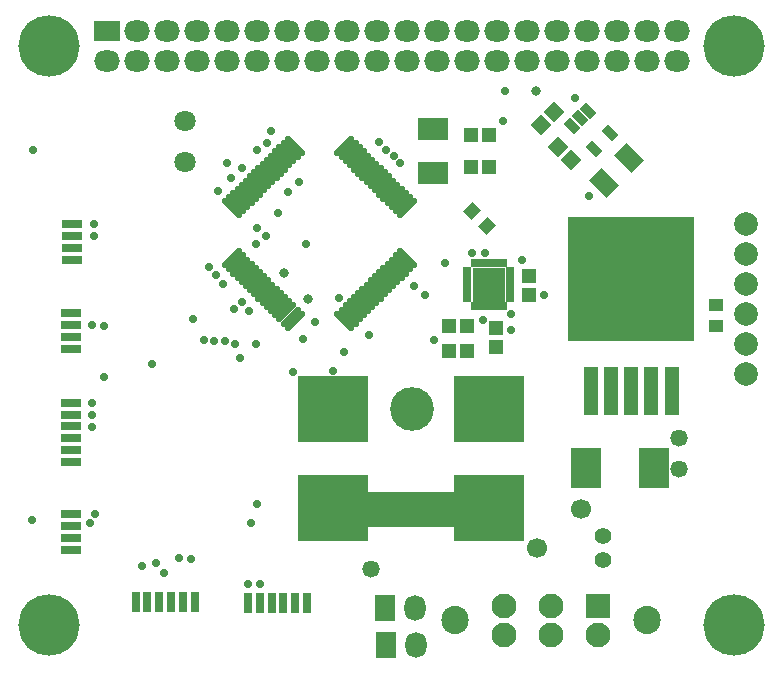
<source format=gts>
G04*
G04 #@! TF.GenerationSoftware,Altium Limited,Altium Designer,21.3.2 (30)*
G04*
G04 Layer_Color=8388736*
%FSLAX25Y25*%
%MOIN*%
G70*
G04*
G04 #@! TF.SameCoordinates,2D34F3B8-E760-4067-911C-3035D0D24B3A*
G04*
G04*
G04 #@! TF.FilePolarity,Negative*
G04*
G01*
G75*
%ADD14R,0.04528X0.03937*%
G04:AMPARAMS|DCode=15|XSize=47.24mil|YSize=49.21mil|CornerRadius=0mil|HoleSize=0mil|Usage=FLASHONLY|Rotation=315.000|XOffset=0mil|YOffset=0mil|HoleType=Round|Shape=Rectangle|*
%AMROTATEDRECTD15*
4,1,4,-0.03410,-0.00070,0.00070,0.03410,0.03410,0.00070,-0.00070,-0.03410,-0.03410,-0.00070,0.0*
%
%ADD15ROTATEDRECTD15*%

G04:AMPARAMS|DCode=16|XSize=31.5mil|YSize=49.21mil|CornerRadius=0mil|HoleSize=0mil|Usage=FLASHONLY|Rotation=45.000|XOffset=0mil|YOffset=0mil|HoleType=Round|Shape=Rectangle|*
%AMROTATEDRECTD16*
4,1,4,0.00626,-0.02854,-0.02854,0.00626,-0.00626,0.02854,0.02854,-0.00626,0.00626,-0.02854,0.0*
%
%ADD16ROTATEDRECTD16*%

%ADD17R,0.10433X0.13189*%
%ADD18R,0.03150X0.06890*%
%ADD19R,0.06890X0.03150*%
%ADD20R,0.02756X0.02165*%
%ADD21R,0.02165X0.02756*%
%ADD22R,0.11024X0.11417*%
G04:AMPARAMS|DCode=23|XSize=47.24mil|YSize=49.21mil|CornerRadius=0mil|HoleSize=0mil|Usage=FLASHONLY|Rotation=45.000|XOffset=0mil|YOffset=0mil|HoleType=Round|Shape=Rectangle|*
%AMROTATEDRECTD23*
4,1,4,0.00070,-0.03410,-0.03410,0.00070,-0.00070,0.03410,0.03410,-0.00070,0.00070,-0.03410,0.0*
%
%ADD23ROTATEDRECTD23*%

G04:AMPARAMS|DCode=24|XSize=80.71mil|YSize=59.06mil|CornerRadius=0mil|HoleSize=0mil|Usage=FLASHONLY|Rotation=315.000|XOffset=0mil|YOffset=0mil|HoleType=Round|Shape=Rectangle|*
%AMROTATEDRECTD24*
4,1,4,-0.04941,0.00766,-0.00766,0.04941,0.04941,-0.00766,0.00766,-0.04941,-0.04941,0.00766,0.0*
%
%ADD24ROTATEDRECTD24*%

%ADD25R,0.04528X0.16339*%
%ADD26R,0.41929X0.41732*%
%ADD27R,0.23228X0.22047*%
%ADD28R,0.04921X0.04724*%
G04:AMPARAMS|DCode=29|XSize=45.28mil|YSize=39.37mil|CornerRadius=0mil|HoleSize=0mil|Usage=FLASHONLY|Rotation=45.000|XOffset=0mil|YOffset=0mil|HoleType=Round|Shape=Rectangle|*
%AMROTATEDRECTD29*
4,1,4,-0.00209,-0.02993,-0.02993,-0.00209,0.00209,0.02993,0.02993,0.00209,-0.00209,-0.02993,0.0*
%
%ADD29ROTATEDRECTD29*%

%ADD30R,0.04724X0.04921*%
%ADD31R,0.10236X0.07480*%
G04:AMPARAMS|DCode=32|XSize=19.68mil|YSize=88.58mil|CornerRadius=0mil|HoleSize=0mil|Usage=FLASHONLY|Rotation=315.000|XOffset=0mil|YOffset=0mil|HoleType=Round|Shape=Round|*
%AMOVALD32*
21,1,0.06890,0.01968,0.00000,0.00000,45.0*
1,1,0.01968,-0.02436,-0.02436*
1,1,0.01968,0.02436,0.02436*
%
%ADD32OVALD32*%

G04:AMPARAMS|DCode=33|XSize=19.68mil|YSize=88.58mil|CornerRadius=0mil|HoleSize=0mil|Usage=FLASHONLY|Rotation=225.000|XOffset=0mil|YOffset=0mil|HoleType=Round|Shape=Round|*
%AMOVALD33*
21,1,0.06890,0.01968,0.00000,0.00000,315.0*
1,1,0.01968,-0.02436,0.02436*
1,1,0.01968,0.02436,-0.02436*
%
%ADD33OVALD33*%

%ADD34C,0.11811*%
%ADD35C,0.05512*%
%ADD36R,0.08268X0.08268*%
%ADD37C,0.08268*%
%ADD38O,0.09055X0.09449*%
%ADD39O,0.08661X0.07087*%
%ADD40R,0.08661X0.07087*%
%ADD41C,0.07087*%
%ADD42C,0.07874*%
%ADD43O,0.07087X0.08661*%
%ADD44R,0.07087X0.08661*%
%ADD45C,0.14567*%
%ADD46C,0.02756*%
%ADD47C,0.03150*%
%ADD48C,0.05787*%
%ADD49C,0.06693*%
%ADD50C,0.20472*%
D14*
X235827Y113386D02*
D03*
Y120472D02*
D03*
D15*
X177764Y180520D02*
D03*
X182079Y184835D02*
D03*
D16*
X193174Y185213D02*
D03*
X190529Y182568D02*
D03*
X187884Y179923D02*
D03*
X195262Y172546D02*
D03*
X200551Y177835D02*
D03*
D17*
X215158Y66142D02*
D03*
X192717D02*
D03*
D18*
X91769Y21161D02*
D03*
X87832D02*
D03*
X83895D02*
D03*
X79958D02*
D03*
X95706D02*
D03*
X99643D02*
D03*
X54331Y21260D02*
D03*
X50394D02*
D03*
X46457D02*
D03*
X42520D02*
D03*
X58268D02*
D03*
X62205D02*
D03*
D19*
X21063Y38780D02*
D03*
Y42717D02*
D03*
Y46654D02*
D03*
Y50591D02*
D03*
Y75984D02*
D03*
Y79921D02*
D03*
Y83858D02*
D03*
Y87795D02*
D03*
Y72047D02*
D03*
Y68110D02*
D03*
X21063Y105807D02*
D03*
Y109744D02*
D03*
Y113681D02*
D03*
Y117618D02*
D03*
X21358Y135531D02*
D03*
Y139469D02*
D03*
Y143405D02*
D03*
Y147343D02*
D03*
D20*
X153150Y132087D02*
D03*
Y130118D02*
D03*
Y128150D02*
D03*
Y126181D02*
D03*
Y124213D02*
D03*
Y122244D02*
D03*
X167323D02*
D03*
Y124213D02*
D03*
Y126181D02*
D03*
Y128150D02*
D03*
Y130118D02*
D03*
Y132087D02*
D03*
D21*
X155315Y120079D02*
D03*
X157283D02*
D03*
X159252D02*
D03*
X161221D02*
D03*
X163189D02*
D03*
X165157D02*
D03*
Y134252D02*
D03*
X163189D02*
D03*
X161221D02*
D03*
X159252D02*
D03*
X157283D02*
D03*
X155315D02*
D03*
D22*
X160236Y127165D02*
D03*
D23*
X187591Y168652D02*
D03*
X183276Y172967D02*
D03*
D24*
X206932Y169530D02*
D03*
X198580Y161179D02*
D03*
D25*
X194390Y91732D02*
D03*
X201083D02*
D03*
X207776D02*
D03*
X214469D02*
D03*
X221161D02*
D03*
D26*
X207776Y129134D02*
D03*
D27*
X108268Y52756D02*
D03*
Y85827D02*
D03*
X160236D02*
D03*
Y52756D02*
D03*
D28*
X154246Y177132D02*
D03*
X160349D02*
D03*
X154246Y166306D02*
D03*
X160349D02*
D03*
X153150Y113386D02*
D03*
X147047D02*
D03*
X153150Y105118D02*
D03*
X147047D02*
D03*
D29*
X159592Y146707D02*
D03*
X154581Y151718D02*
D03*
D30*
X173622Y123819D02*
D03*
Y129921D02*
D03*
X162598Y112598D02*
D03*
Y106496D02*
D03*
D31*
X141549Y164337D02*
D03*
X141549Y178904D02*
D03*
D32*
X133000Y152573D02*
D03*
X131608Y153965D02*
D03*
X130216Y155357D02*
D03*
X128824Y156749D02*
D03*
X127432Y158141D02*
D03*
X126040Y159533D02*
D03*
X124648Y160925D02*
D03*
X123256Y162317D02*
D03*
X121864Y163709D02*
D03*
X120472Y165101D02*
D03*
X119080Y166493D02*
D03*
X117688Y167885D02*
D03*
X116297Y169277D02*
D03*
X114904Y170669D02*
D03*
X113513Y172061D02*
D03*
X112121Y173452D02*
D03*
X74677Y136009D02*
D03*
X76069Y134617D02*
D03*
X77461Y133225D02*
D03*
X78853Y131833D02*
D03*
X80245Y130441D02*
D03*
X81637Y129050D02*
D03*
X83029Y127658D02*
D03*
X84421Y126266D02*
D03*
X85813Y124874D02*
D03*
X87205Y123482D02*
D03*
X88597Y122090D02*
D03*
X89989Y120698D02*
D03*
X91381Y119306D02*
D03*
X92773Y117914D02*
D03*
X94165Y116522D02*
D03*
X95556Y115130D02*
D03*
D33*
Y173452D02*
D03*
X94165Y172061D02*
D03*
X92773Y170669D02*
D03*
X91381Y169277D02*
D03*
X89989Y167885D02*
D03*
X88597Y166493D02*
D03*
X87205Y165101D02*
D03*
X85813Y163709D02*
D03*
X84421Y162317D02*
D03*
X83029Y160925D02*
D03*
X81637Y159533D02*
D03*
X80245Y158141D02*
D03*
X78853Y156749D02*
D03*
X77461Y155357D02*
D03*
X76069Y153965D02*
D03*
X74677Y152573D02*
D03*
X112121Y115130D02*
D03*
X113513Y116522D02*
D03*
X114904Y117914D02*
D03*
X116297Y119306D02*
D03*
X117688Y120698D02*
D03*
X119080Y122090D02*
D03*
X120472Y123482D02*
D03*
X121864Y124874D02*
D03*
X123256Y126266D02*
D03*
X124648Y127658D02*
D03*
X126040Y129050D02*
D03*
X127432Y130441D02*
D03*
X128824Y131833D02*
D03*
X130216Y133225D02*
D03*
X131608Y134617D02*
D03*
X133000Y136009D02*
D03*
D34*
X105512Y52362D02*
X157677D01*
X157874Y52559D01*
D35*
X198425Y43307D02*
D03*
Y35433D02*
D03*
D36*
X196752Y19980D02*
D03*
D37*
Y10531D02*
D03*
X181004Y19980D02*
D03*
Y10531D02*
D03*
X165256D02*
D03*
Y19980D02*
D03*
D38*
X212894Y15256D02*
D03*
X149114D02*
D03*
D39*
X223012Y211811D02*
D03*
Y201811D02*
D03*
X203012Y211811D02*
D03*
Y201811D02*
D03*
X213012Y211811D02*
D03*
Y201811D02*
D03*
X183012Y211811D02*
D03*
Y201811D02*
D03*
X193012Y211811D02*
D03*
Y201811D02*
D03*
X163012Y211811D02*
D03*
Y201811D02*
D03*
X173012Y211811D02*
D03*
Y201811D02*
D03*
X143012Y211811D02*
D03*
Y201811D02*
D03*
X153012Y211811D02*
D03*
Y201811D02*
D03*
X123012Y211811D02*
D03*
Y201811D02*
D03*
X133012Y211811D02*
D03*
Y201811D02*
D03*
X103012Y211811D02*
D03*
Y201811D02*
D03*
X113012Y211811D02*
D03*
Y201811D02*
D03*
X33012D02*
D03*
X43012D02*
D03*
Y211811D02*
D03*
X53012D02*
D03*
Y201811D02*
D03*
X63012Y211811D02*
D03*
Y201811D02*
D03*
X93012D02*
D03*
Y211811D02*
D03*
X83012Y201811D02*
D03*
Y211811D02*
D03*
X73012D02*
D03*
Y201811D02*
D03*
D40*
X33012Y211811D02*
D03*
D41*
X59055Y168110D02*
D03*
Y181890D02*
D03*
D42*
X246063Y127323D02*
D03*
Y137323D02*
D03*
Y147323D02*
D03*
Y117323D02*
D03*
Y107323D02*
D03*
Y97323D02*
D03*
D43*
X135925Y7087D02*
D03*
X135728Y19390D02*
D03*
D44*
X125925Y7087D02*
D03*
X125728Y19390D02*
D03*
D45*
X134646Y85827D02*
D03*
D46*
X158071Y129331D02*
D03*
X162402D02*
D03*
X158071Y125000D02*
D03*
X162402D02*
D03*
X171457Y135236D02*
D03*
X178543Y123819D02*
D03*
X108268Y98327D02*
D03*
X94882Y98228D02*
D03*
X128740Y170129D02*
D03*
X130709Y167717D02*
D03*
X159055Y137795D02*
D03*
X125925Y172047D02*
D03*
X123563Y174803D02*
D03*
X27165Y47638D02*
D03*
X51968Y31102D02*
D03*
X49213Y34252D02*
D03*
X44488Y33465D02*
D03*
X48031Y100787D02*
D03*
X57087Y36220D02*
D03*
X60827Y35827D02*
D03*
X81102Y47638D02*
D03*
X83071Y53937D02*
D03*
X99167Y140899D02*
D03*
X85827Y143307D02*
D03*
X82677Y140899D02*
D03*
X89876Y150900D02*
D03*
X82847Y146063D02*
D03*
X80245Y118504D02*
D03*
X82677Y107480D02*
D03*
X61811Y115748D02*
D03*
X65354Y108858D02*
D03*
X68504Y108268D02*
D03*
X72189D02*
D03*
X75590Y107480D02*
D03*
X120472Y110236D02*
D03*
X111896Y104724D02*
D03*
X77461Y102882D02*
D03*
X102362Y114567D02*
D03*
X98388Y109055D02*
D03*
X110236Y122609D02*
D03*
X32087Y96457D02*
D03*
Y113386D02*
D03*
X74472Y162598D02*
D03*
X72897Y167717D02*
D03*
X75197Y118952D02*
D03*
X83012Y172047D02*
D03*
X86221Y174409D02*
D03*
X27953Y87795D02*
D03*
X27861Y79875D02*
D03*
X27907Y83812D02*
D03*
X158268Y115354D02*
D03*
X77883Y121457D02*
D03*
X87786Y178301D02*
D03*
X77953Y166142D02*
D03*
X70079Y158268D02*
D03*
X145669Y134252D02*
D03*
X154724Y137795D02*
D03*
X93307Y158141D02*
D03*
X96850Y161417D02*
D03*
X135433Y126772D02*
D03*
X138976Y123819D02*
D03*
X142126Y108661D02*
D03*
X193701Y156693D02*
D03*
X188976Y189370D02*
D03*
X164975Y181890D02*
D03*
X167717Y117323D02*
D03*
Y112205D02*
D03*
X165590Y191831D02*
D03*
X80056Y27559D02*
D03*
X83895D02*
D03*
X7874Y48819D02*
D03*
X71653Y127559D02*
D03*
X69291Y130315D02*
D03*
X66929Y133071D02*
D03*
X28740Y147343D02*
D03*
Y143307D02*
D03*
X27953Y113681D02*
D03*
X28839Y50591D02*
D03*
X8268Y172047D02*
D03*
D47*
X99954Y122312D02*
D03*
X92126Y131187D02*
D03*
X175984Y191831D02*
D03*
D48*
X120866Y32283D02*
D03*
X223622Y65748D02*
D03*
Y75984D02*
D03*
D49*
X176378Y39370D02*
D03*
X190945Y52559D02*
D03*
D50*
X13780Y206693D02*
D03*
X242126D02*
D03*
X13780Y13780D02*
D03*
X242126D02*
D03*
M02*

</source>
